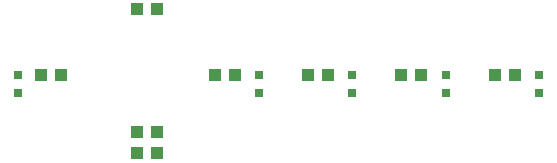
<source format=gtp>
G04*
G04 #@! TF.GenerationSoftware,Altium Limited,Altium Designer,24.5.2 (23)*
G04*
G04 Layer_Color=8421504*
%FSLAX25Y25*%
%MOIN*%
G70*
G04*
G04 #@! TF.SameCoordinates,EC466EA2-F337-402A-A5E8-60117474A60A*
G04*
G04*
G04 #@! TF.FilePolarity,Positive*
G04*
G01*
G75*
%ADD13R,0.04331X0.03937*%
%ADD14R,0.03150X0.03150*%
D13*
X89346Y60000D02*
D03*
X82653D02*
D03*
X56653Y82000D02*
D03*
X63346D02*
D03*
X56653Y41000D02*
D03*
X63346D02*
D03*
X56653Y34000D02*
D03*
X63346D02*
D03*
X120346Y60000D02*
D03*
X113654D02*
D03*
X151347D02*
D03*
X144653D02*
D03*
X182693D02*
D03*
X176000D02*
D03*
X24654D02*
D03*
X31346D02*
D03*
D14*
X159570Y54047D02*
D03*
Y59953D02*
D03*
X190749Y54047D02*
D03*
Y59953D02*
D03*
X97213Y54047D02*
D03*
Y59953D02*
D03*
X128391Y54047D02*
D03*
Y59953D02*
D03*
X17000Y54047D02*
D03*
Y59953D02*
D03*
M02*

</source>
